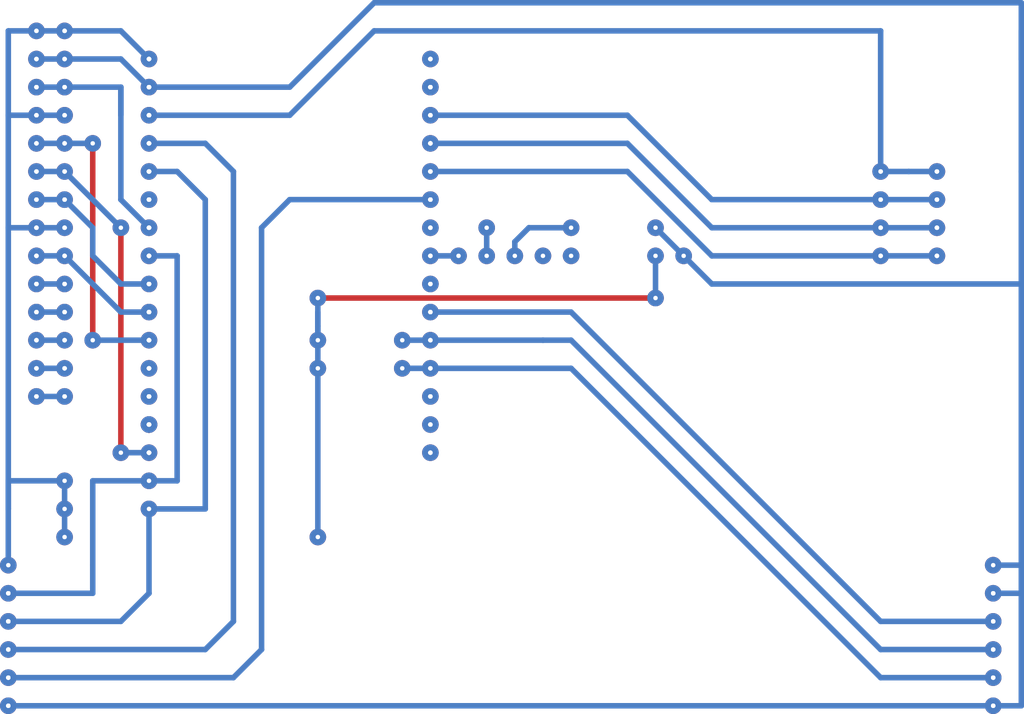
<source format=kicad_pcb>
(kicad_pcb (version 20171130) (host pcbnew "(5.0.1-3-g963ef8bb5)")

  (general
    (thickness 1.6)
    (drawings 0)
    (tracks 437)
    (zones 0)
    (modules 0)
    (nets 1)
  )

  (page A4)
  (layers
    (0 F.Cu signal)
    (31 B.Cu signal)
    (32 B.Adhes user)
    (33 F.Adhes user)
    (34 B.Paste user)
    (35 F.Paste user)
    (36 B.SilkS user)
    (37 F.SilkS user)
    (38 B.Mask user)
    (39 F.Mask user)
    (40 Dwgs.User user)
    (41 Cmts.User user)
    (42 Eco1.User user)
    (43 Eco2.User user)
    (44 Edge.Cuts user)
    (45 Margin user)
    (46 B.CrtYd user)
    (47 F.CrtYd user)
    (48 B.Fab user)
    (49 F.Fab user)
  )

  (setup
    (last_trace_width 0.5)
    (trace_clearance 0.2)
    (zone_clearance 0.508)
    (zone_45_only no)
    (trace_min 0.2)
    (segment_width 0.2)
    (edge_width 0.15)
    (via_size 1.5)
    (via_drill 0.4)
    (via_min_size 0.4)
    (via_min_drill 0.3)
    (uvia_size 0.3)
    (uvia_drill 0.1)
    (uvias_allowed no)
    (uvia_min_size 0.2)
    (uvia_min_drill 0.1)
    (pcb_text_width 0.3)
    (pcb_text_size 1.5 1.5)
    (mod_edge_width 0.15)
    (mod_text_size 1 1)
    (mod_text_width 0.15)
    (pad_size 1.524 1.524)
    (pad_drill 0.762)
    (pad_to_mask_clearance 0.051)
    (solder_mask_min_width 0.25)
    (aux_axis_origin 0 0)
    (visible_elements FFFFFF7F)
    (pcbplotparams
      (layerselection 0x010fc_ffffffff)
      (usegerberextensions false)
      (usegerberattributes false)
      (usegerberadvancedattributes false)
      (creategerberjobfile false)
      (excludeedgelayer true)
      (linewidth 0.150000)
      (plotframeref false)
      (viasonmask false)
      (mode 1)
      (useauxorigin false)
      (hpglpennumber 1)
      (hpglpenspeed 20)
      (hpglpendiameter 15.000000)
      (psnegative false)
      (psa4output false)
      (plotreference true)
      (plotvalue true)
      (plotinvisibletext false)
      (padsonsilk false)
      (subtractmaskfromsilk false)
      (outputformat 1)
      (mirror false)
      (drillshape 1)
      (scaleselection 1)
      (outputdirectory ""))
  )

  (net 0 "")

  (net_class Default "This is the default net class."
    (clearance 0.2)
    (trace_width 0.5)
    (via_dia 1.5)
    (via_drill 0.4)
    (uvia_dia 0.3)
    (uvia_drill 0.1)
  )

  (via (at 60.96 27.94) (size 0.8) (drill 0.4) (layers F.Cu B.Cu) (net 0))
  (via (at 60.96 30.48) (size 0.8) (drill 0.4) (layers F.Cu B.Cu) (net 0))
  (via (at 60.96 33.02) (size 0.8) (drill 0.4) (layers F.Cu B.Cu) (net 0))
  (via (at 60.96 35.56) (size 0.8) (drill 0.4) (layers F.Cu B.Cu) (net 0))
  (via (at 60.96 38.1) (size 0.8) (drill 0.4) (layers F.Cu B.Cu) (net 0))
  (via (at 60.96 38.1) (size 0.8) (drill 0.4) (layers F.Cu B.Cu) (net 0) (tstamp 5C68311F))
  (via (at 60.96 38.1) (size 0.8) (drill 0.4) (layers F.Cu B.Cu) (net 0))
  (via (at 60.96 40.64) (size 0.8) (drill 0.4) (layers F.Cu B.Cu) (net 0))
  (via (at 60.96 43.18) (size 0.8) (drill 0.4) (layers F.Cu B.Cu) (net 0))
  (via (at 60.96 45.72) (size 0.8) (drill 0.4) (layers F.Cu B.Cu) (net 0))
  (via (at 60.96 48.26) (size 0.8) (drill 0.4) (layers F.Cu B.Cu) (net 0))
  (via (at 60.96 50.8) (size 0.8) (drill 0.4) (layers F.Cu B.Cu) (net 0))
  (via (at 60.96 53.34) (size 0.8) (drill 0.4) (layers F.Cu B.Cu) (net 0))
  (via (at 60.96 55.88) (size 0.8) (drill 0.4) (layers F.Cu B.Cu) (net 0))
  (via (at 60.96 58.42) (size 0.8) (drill 0.4) (layers F.Cu B.Cu) (net 0))
  (via (at 60.96 60.96) (size 0.8) (drill 0.4) (layers F.Cu B.Cu) (net 0))
  (via (at 60.96 63.5) (size 0.8) (drill 0.4) (layers F.Cu B.Cu) (net 0))
  (via (at 86.36 27.94) (size 0.8) (drill 0.4) (layers F.Cu B.Cu) (net 0))
  (via (at 86.36 30.48) (size 0.8) (drill 0.4) (layers F.Cu B.Cu) (net 0))
  (via (at 86.36 33.02) (size 0.8) (drill 0.4) (layers F.Cu B.Cu) (net 0))
  (via (at 86.36 35.56) (size 0.8) (drill 0.4) (layers F.Cu B.Cu) (net 0))
  (via (at 86.36 38.1) (size 0.8) (drill 0.4) (layers F.Cu B.Cu) (net 0))
  (via (at 86.36 40.64) (size 0.8) (drill 0.4) (layers F.Cu B.Cu) (net 0))
  (via (at 86.36 43.18) (size 0.8) (drill 0.4) (layers F.Cu B.Cu) (net 0))
  (via (at 86.36 45.72) (size 0.8) (drill 0.4) (layers F.Cu B.Cu) (net 0))
  (via (at 86.36 48.26) (size 0.8) (drill 0.4) (layers F.Cu B.Cu) (net 0))
  (via (at 86.36 50.8) (size 0.8) (drill 0.4) (layers F.Cu B.Cu) (net 0))
  (via (at 86.36 53.34) (size 0.8) (drill 0.4) (layers F.Cu B.Cu) (net 0))
  (via (at 86.36 55.88) (size 0.8) (drill 0.4) (layers F.Cu B.Cu) (net 0))
  (via (at 86.36 58.42) (size 0.8) (drill 0.4) (layers F.Cu B.Cu) (net 0))
  (via (at 86.36 60.96) (size 0.8) (drill 0.4) (layers F.Cu B.Cu) (net 0))
  (via (at 86.36 63.5) (size 0.8) (drill 0.4) (layers F.Cu B.Cu) (net 0))
  (via (at 53.34 25.4) (size 0.8) (drill 0.4) (layers F.Cu B.Cu) (net 0))
  (via (at 53.34 27.94) (size 0.8) (drill 0.4) (layers F.Cu B.Cu) (net 0))
  (via (at 53.34 30.48) (size 0.8) (drill 0.4) (layers F.Cu B.Cu) (net 0))
  (via (at 53.34 33.02) (size 0.8) (drill 0.4) (layers F.Cu B.Cu) (net 0))
  (via (at 53.34 35.56) (size 0.8) (drill 0.4) (layers F.Cu B.Cu) (net 0))
  (via (at 53.34 38.1) (size 0.8) (drill 0.4) (layers F.Cu B.Cu) (net 0))
  (via (at 53.34 40.64) (size 0.8) (drill 0.4) (layers F.Cu B.Cu) (net 0))
  (via (at 53.34 43.18) (size 0.8) (drill 0.4) (layers F.Cu B.Cu) (net 0))
  (via (at 53.34 45.72) (size 0.8) (drill 0.4) (layers F.Cu B.Cu) (net 0))
  (via (at 53.34 48.26) (size 0.8) (drill 0.4) (layers F.Cu B.Cu) (net 0))
  (via (at 53.34 50.8) (size 0.8) (drill 0.4) (layers F.Cu B.Cu) (net 0))
  (via (at 53.34 53.34) (size 0.8) (drill 0.4) (layers F.Cu B.Cu) (net 0))
  (via (at 53.34 55.88) (size 0.8) (drill 0.4) (layers F.Cu B.Cu) (net 0))
  (via (at 53.34 58.42) (size 0.8) (drill 0.4) (layers F.Cu B.Cu) (net 0))
  (segment (start 50.8 25.4) (end 50.8 25.4) (width 0.25) (layer B.Cu) (net 0) (tstamp 5C683492))
  (via (at 50.8 25.4) (size 0.8) (drill 0.4) (layers F.Cu B.Cu) (net 0))
  (via (at 50.8 27.94) (size 0.8) (drill 0.4) (layers F.Cu B.Cu) (net 0))
  (via (at 50.8 30.48) (size 0.8) (drill 0.4) (layers F.Cu B.Cu) (net 0))
  (via (at 50.8 33.02) (size 0.8) (drill 0.4) (layers F.Cu B.Cu) (net 0))
  (via (at 50.8 35.56) (size 0.8) (drill 0.4) (layers F.Cu B.Cu) (net 0))
  (via (at 50.8 38.1) (size 0.8) (drill 0.4) (layers F.Cu B.Cu) (net 0))
  (via (at 50.8 40.64) (size 0.8) (drill 0.4) (layers F.Cu B.Cu) (net 0))
  (via (at 50.8 43.18) (size 0.8) (drill 0.4) (layers F.Cu B.Cu) (net 0))
  (via (at 50.8 45.72) (size 0.8) (drill 0.4) (layers F.Cu B.Cu) (net 0))
  (via (at 50.8 48.26) (size 0.8) (drill 0.4) (layers F.Cu B.Cu) (net 0))
  (via (at 50.8 50.8) (size 0.8) (drill 0.4) (layers F.Cu B.Cu) (net 0))
  (via (at 50.8 53.34) (size 0.8) (drill 0.4) (layers F.Cu B.Cu) (net 0))
  (via (at 50.8 55.88) (size 0.8) (drill 0.4) (layers F.Cu B.Cu) (net 0))
  (via (at 50.8 58.42) (size 0.8) (drill 0.4) (layers F.Cu B.Cu) (net 0))
  (via (at 127 38.1) (size 0.8) (drill 0.4) (layers F.Cu B.Cu) (net 0))
  (via (at 127 40.64) (size 0.8) (drill 0.4) (layers F.Cu B.Cu) (net 0))
  (via (at 127 43.18) (size 0.8) (drill 0.4) (layers F.Cu B.Cu) (net 0))
  (via (at 127 45.72) (size 0.8) (drill 0.4) (layers F.Cu B.Cu) (net 0))
  (via (at 132.08 45.72) (size 0.8) (drill 0.4) (layers F.Cu B.Cu) (net 0))
  (via (at 132.08 43.18) (size 0.8) (drill 0.4) (layers F.Cu B.Cu) (net 0))
  (via (at 132.08 40.64) (size 0.8) (drill 0.4) (layers F.Cu B.Cu) (net 0))
  (via (at 132.08 38.1) (size 0.8) (drill 0.4) (layers F.Cu B.Cu) (net 0))
  (via (at 48.26 76.2) (size 0.8) (drill 0.4) (layers F.Cu B.Cu) (net 0))
  (via (at 48.26 78.74) (size 0.8) (drill 0.4) (layers F.Cu B.Cu) (net 0))
  (via (at 48.26 81.28) (size 0.8) (drill 0.4) (layers F.Cu B.Cu) (net 0))
  (via (at 48.26 83.82) (size 0.8) (drill 0.4) (layers F.Cu B.Cu) (net 0))
  (via (at 48.26 86.36) (size 0.8) (drill 0.4) (layers F.Cu B.Cu) (net 0))
  (via (at 137.16 76.2) (size 0.8) (drill 0.4) (layers F.Cu B.Cu) (net 0))
  (via (at 137.16 78.74) (size 0.8) (drill 0.4) (layers F.Cu B.Cu) (net 0))
  (via (at 137.16 81.28) (size 0.8) (drill 0.4) (layers F.Cu B.Cu) (net 0))
  (via (at 137.16 83.82) (size 0.8) (drill 0.4) (layers F.Cu B.Cu) (net 0))
  (via (at 137.16 86.36) (size 0.8) (drill 0.4) (layers F.Cu B.Cu) (net 0))
  (via (at 48.26 78.74) (size 0.8) (drill 0.4) (layers F.Cu B.Cu) (net 0) (tstamp 5C6836AE))
  (via (at 48.26 78.74) (size 0.8) (drill 0.4) (layers F.Cu B.Cu) (net 0))
  (via (at 60.96 63.5) (size 0.8) (drill 0.4) (layers F.Cu B.Cu) (net 0) (tstamp 5C6837BA))
  (via (at 60.96 63.5) (size 1.2) (drill 0.4) (layers F.Cu B.Cu) (net 0))
  (via (at 60.96 60.96) (size 0.8) (drill 0.4) (layers F.Cu B.Cu) (net 0) (tstamp 5C6837BC))
  (via (at 60.96 60.96) (size 1.2) (drill 0.4) (layers F.Cu B.Cu) (net 0))
  (via (at 60.96 27.94) (size 0.8) (drill 0.4) (layers F.Cu B.Cu) (net 0) (tstamp 5C6837BF))
  (via (at 60.96 27.94) (size 1.2) (drill 0.4) (layers F.Cu B.Cu) (net 0))
  (via (at 60.96 30.48) (size 0.8) (drill 0.4) (layers F.Cu B.Cu) (net 0) (tstamp 5C6837C1))
  (via (at 60.96 30.48) (size 1.2) (drill 0.4) (layers F.Cu B.Cu) (net 0))
  (via (at 60.96 33.02) (size 0.8) (drill 0.4) (layers F.Cu B.Cu) (net 0) (tstamp 5C6837C3))
  (via (at 60.96 33.02) (size 1.2) (drill 0.4) (layers F.Cu B.Cu) (net 0))
  (via (at 60.96 35.56) (size 0.8) (drill 0.4) (layers F.Cu B.Cu) (net 0) (tstamp 5C6837C5))
  (via (at 60.96 35.56) (size 1.2) (drill 0.4) (layers F.Cu B.Cu) (net 0))
  (via (at 60.96 38.1) (size 0.8) (drill 0.4) (layers F.Cu B.Cu) (net 0) (tstamp 5C6837C7))
  (via (at 60.96 38.1) (size 1.2) (drill 0.4) (layers F.Cu B.Cu) (net 0))
  (via (at 60.96 40.64) (size 0.8) (drill 0.4) (layers F.Cu B.Cu) (net 0) (tstamp 5C6837C9))
  (via (at 60.96 40.64) (size 1.2) (drill 0.4) (layers F.Cu B.Cu) (net 0))
  (via (at 60.96 43.18) (size 0.8) (drill 0.4) (layers F.Cu B.Cu) (net 0) (tstamp 5C6837CB))
  (via (at 60.96 43.18) (size 1.2) (drill 0.4) (layers F.Cu B.Cu) (net 0))
  (via (at 60.96 45.72) (size 0.8) (drill 0.4) (layers F.Cu B.Cu) (net 0) (tstamp 5C6837CD))
  (via (at 60.96 45.72) (size 1.2) (drill 0.4) (layers F.Cu B.Cu) (net 0))
  (via (at 60.96 48.26) (size 0.8) (drill 0.4) (layers F.Cu B.Cu) (net 0) (tstamp 5C6837CF))
  (via (at 60.96 48.26) (size 1.2) (drill 0.4) (layers F.Cu B.Cu) (net 0))
  (via (at 60.96 50.8) (size 0.8) (drill 0.4) (layers F.Cu B.Cu) (net 0) (tstamp 5C6837D1))
  (via (at 60.96 50.8) (size 1.2) (drill 0.4) (layers F.Cu B.Cu) (net 0))
  (via (at 60.96 53.34) (size 0.8) (drill 0.4) (layers F.Cu B.Cu) (net 0) (tstamp 5C6837D3))
  (via (at 60.96 53.34) (size 1.2) (drill 0.4) (layers F.Cu B.Cu) (net 0))
  (via (at 60.96 55.88) (size 0.8) (drill 0.4) (layers F.Cu B.Cu) (net 0) (tstamp 5C6837D5))
  (via (at 60.96 55.88) (size 1.2) (drill 0.4) (layers F.Cu B.Cu) (net 0))
  (via (at 60.96 58.42) (size 0.8) (drill 0.4) (layers F.Cu B.Cu) (net 0) (tstamp 5C6837D7))
  (via (at 60.96 58.42) (size 1.2) (drill 0.4) (layers F.Cu B.Cu) (net 0))
  (via (at 60.96 60.96) (size 0.8) (drill 0.4) (layers F.Cu B.Cu) (net 0) (tstamp 5C6837D9))
  (via (at 60.96 60.96) (size 1.2) (drill 0.4) (layers F.Cu B.Cu) (net 0))
  (via (at 86.36 27.94) (size 0.8) (drill 0.4) (layers F.Cu B.Cu) (net 0) (tstamp 5C6837DB))
  (via (at 86.36 27.94) (size 1.2) (drill 0.4) (layers F.Cu B.Cu) (net 0))
  (via (at 86.36 30.48) (size 0.8) (drill 0.4) (layers F.Cu B.Cu) (net 0) (tstamp 5C6837DD))
  (via (at 86.36 30.48) (size 1.2) (drill 0.4) (layers F.Cu B.Cu) (net 0))
  (via (at 86.36 33.02) (size 0.8) (drill 0.4) (layers F.Cu B.Cu) (net 0) (tstamp 5C6837DF))
  (via (at 86.36 33.02) (size 1.2) (drill 0.4) (layers F.Cu B.Cu) (net 0))
  (via (at 86.36 35.56) (size 0.8) (drill 0.4) (layers F.Cu B.Cu) (net 0) (tstamp 5C6837E1))
  (via (at 86.36 35.56) (size 1.2) (drill 0.4) (layers F.Cu B.Cu) (net 0))
  (via (at 86.36 38.1) (size 0.8) (drill 0.4) (layers F.Cu B.Cu) (net 0) (tstamp 5C6837E3))
  (via (at 86.36 38.1) (size 1.2) (drill 0.4) (layers F.Cu B.Cu) (net 0))
  (via (at 86.36 40.64) (size 0.8) (drill 0.4) (layers F.Cu B.Cu) (net 0) (tstamp 5C6837E5))
  (via (at 86.36 40.64) (size 1.2) (drill 0.4) (layers F.Cu B.Cu) (net 0))
  (via (at 60.96 63.5) (size 0.8) (drill 0.4) (layers F.Cu B.Cu) (net 0) (tstamp 5C6837EF))
  (via (at 60.96 63.5) (size 1.2) (drill 0.4) (layers F.Cu B.Cu) (net 0))
  (via (at 60.96 63.5) (size 0.8) (drill 0.4) (layers F.Cu B.Cu) (net 0) (tstamp 5C6837F3))
  (via (at 60.96 63.5) (size 1.5) (drill 0.4) (layers F.Cu B.Cu) (net 0))
  (via (at 60.96 60.96) (size 0.8) (drill 0.4) (layers F.Cu B.Cu) (net 0) (tstamp 5C6837F5))
  (via (at 60.96 60.96) (size 1.5) (drill 0.4) (layers F.Cu B.Cu) (net 0))
  (via (at 60.96 60.96) (size 0.8) (drill 0.4) (layers F.Cu B.Cu) (net 0) (tstamp 5C6837F7))
  (via (at 60.96 60.96) (size 1.5) (drill 0.4) (layers F.Cu B.Cu) (net 0))
  (via (at 60.96 58.42) (size 0.8) (drill 0.4) (layers F.Cu B.Cu) (net 0) (tstamp 5C6837F9))
  (via (at 60.96 58.42) (size 1.5) (drill 0.4) (layers F.Cu B.Cu) (net 0))
  (via (at 60.96 55.88) (size 0.8) (drill 0.4) (layers F.Cu B.Cu) (net 0) (tstamp 5C6837FB))
  (via (at 60.96 55.88) (size 1.5) (drill 0.4) (layers F.Cu B.Cu) (net 0))
  (via (at 60.96 53.34) (size 0.8) (drill 0.4) (layers F.Cu B.Cu) (net 0) (tstamp 5C6837FD))
  (via (at 60.96 53.34) (size 1.5) (drill 0.4) (layers F.Cu B.Cu) (net 0))
  (via (at 60.96 50.8) (size 0.8) (drill 0.4) (layers F.Cu B.Cu) (net 0) (tstamp 5C6837FF))
  (via (at 60.96 50.8) (size 1.5) (drill 0.4) (layers F.Cu B.Cu) (net 0))
  (via (at 60.96 48.26) (size 0.8) (drill 0.4) (layers F.Cu B.Cu) (net 0) (tstamp 5C683801))
  (via (at 60.96 48.26) (size 1.5) (drill 0.4) (layers F.Cu B.Cu) (net 0))
  (via (at 60.96 45.72) (size 0.8) (drill 0.4) (layers F.Cu B.Cu) (net 0) (tstamp 5C683803))
  (via (at 60.96 45.72) (size 1.5) (drill 0.4) (layers F.Cu B.Cu) (net 0))
  (via (at 60.96 43.18) (size 0.8) (drill 0.4) (layers F.Cu B.Cu) (net 0) (tstamp 5C683805))
  (via (at 60.96 43.18) (size 1.5) (drill 0.4) (layers F.Cu B.Cu) (net 0))
  (via (at 60.96 40.64) (size 0.8) (drill 0.4) (layers F.Cu B.Cu) (net 0) (tstamp 5C683807))
  (via (at 60.96 40.64) (size 1.5) (drill 0.4) (layers F.Cu B.Cu) (net 0))
  (via (at 60.96 38.1) (size 0.8) (drill 0.4) (layers F.Cu B.Cu) (net 0) (tstamp 5C683809))
  (via (at 60.96 38.1) (size 1.5) (drill 0.4) (layers F.Cu B.Cu) (net 0))
  (via (at 60.96 35.56) (size 0.8) (drill 0.4) (layers F.Cu B.Cu) (net 0) (tstamp 5C68380B))
  (via (at 60.96 35.56) (size 1.5) (drill 0.4) (layers F.Cu B.Cu) (net 0))
  (via (at 60.96 33.02) (size 0.8) (drill 0.4) (layers F.Cu B.Cu) (net 0) (tstamp 5C68380D))
  (via (at 60.96 33.02) (size 1.5) (drill 0.4) (layers F.Cu B.Cu) (net 0))
  (via (at 60.96 30.48) (size 0.8) (drill 0.4) (layers F.Cu B.Cu) (net 0) (tstamp 5C68380F))
  (via (at 60.96 30.48) (size 1.5) (drill 0.4) (layers F.Cu B.Cu) (net 0))
  (via (at 60.96 27.94) (size 0.8) (drill 0.4) (layers F.Cu B.Cu) (net 0) (tstamp 5C683811))
  (via (at 60.96 27.94) (size 1.5) (drill 0.4) (layers F.Cu B.Cu) (net 0))
  (via (at 53.34 25.4) (size 0.8) (drill 0.4) (layers F.Cu B.Cu) (net 0) (tstamp 5C683813))
  (via (at 53.34 25.4) (size 1.5) (drill 0.4) (layers F.Cu B.Cu) (net 0))
  (via (at 53.34 27.94) (size 0.8) (drill 0.4) (layers F.Cu B.Cu) (net 0) (tstamp 5C683815))
  (via (at 53.34 27.94) (size 1.5) (drill 0.4) (layers F.Cu B.Cu) (net 0))
  (via (at 53.34 30.48) (size 0.8) (drill 0.4) (layers F.Cu B.Cu) (net 0) (tstamp 5C683817))
  (via (at 53.34 30.48) (size 1.5) (drill 0.4) (layers F.Cu B.Cu) (net 0))
  (via (at 53.34 33.02) (size 0.8) (drill 0.4) (layers F.Cu B.Cu) (net 0) (tstamp 5C683819))
  (via (at 53.34 33.02) (size 1.5) (drill 0.4) (layers F.Cu B.Cu) (net 0))
  (via (at 53.34 35.56) (size 0.8) (drill 0.4) (layers F.Cu B.Cu) (net 0) (tstamp 5C68381B))
  (via (at 53.34 35.56) (size 1.5) (drill 0.4) (layers F.Cu B.Cu) (net 0))
  (via (at 53.34 38.1) (size 0.8) (drill 0.4) (layers F.Cu B.Cu) (net 0) (tstamp 5C68381D))
  (via (at 53.34 38.1) (size 1.5) (drill 0.4) (layers F.Cu B.Cu) (net 0))
  (via (at 53.34 40.64) (size 0.8) (drill 0.4) (layers F.Cu B.Cu) (net 0) (tstamp 5C68381F))
  (via (at 53.34 40.64) (size 1.5) (drill 0.4) (layers F.Cu B.Cu) (net 0))
  (via (at 53.34 43.18) (size 0.8) (drill 0.4) (layers F.Cu B.Cu) (net 0) (tstamp 5C683821))
  (via (at 53.34 43.18) (size 1.5) (drill 0.4) (layers F.Cu B.Cu) (net 0))
  (via (at 53.34 45.72) (size 0.8) (drill 0.4) (layers F.Cu B.Cu) (net 0) (tstamp 5C683823))
  (via (at 53.34 45.72) (size 1.5) (drill 0.4) (layers F.Cu B.Cu) (net 0))
  (via (at 53.34 48.26) (size 0.8) (drill 0.4) (layers F.Cu B.Cu) (net 0) (tstamp 5C683825))
  (via (at 53.34 48.26) (size 1.5) (drill 0.4) (layers F.Cu B.Cu) (net 0))
  (via (at 53.34 50.8) (size 0.8) (drill 0.4) (layers F.Cu B.Cu) (net 0) (tstamp 5C683827))
  (via (at 53.34 50.8) (size 1.5) (drill 0.4) (layers F.Cu B.Cu) (net 0))
  (via (at 53.34 53.34) (size 0.8) (drill 0.4) (layers F.Cu B.Cu) (net 0) (tstamp 5C683829))
  (via (at 53.34 53.34) (size 1.5) (drill 0.4) (layers F.Cu B.Cu) (net 0))
  (via (at 53.34 55.88) (size 0.8) (drill 0.4) (layers F.Cu B.Cu) (net 0) (tstamp 5C68382B))
  (via (at 53.34 55.88) (size 1.5) (drill 0.4) (layers F.Cu B.Cu) (net 0))
  (via (at 53.34 58.42) (size 0.8) (drill 0.4) (layers F.Cu B.Cu) (net 0) (tstamp 5C68382D))
  (via (at 53.34 58.42) (size 1.5) (drill 0.4) (layers F.Cu B.Cu) (net 0))
  (segment (start 50.8 25.4) (end 50.8 25.4) (width 0.25) (layer B.Cu) (net 0) (tstamp 5C68382F))
  (via (at 50.8 25.4) (size 1.5) (drill 0.4) (layers F.Cu B.Cu) (net 0))
  (via (at 50.8 27.94) (size 0.8) (drill 0.4) (layers F.Cu B.Cu) (net 0) (tstamp 5C683831))
  (via (at 50.8 27.94) (size 1.5) (drill 0.4) (layers F.Cu B.Cu) (net 0))
  (via (at 50.8 30.48) (size 0.8) (drill 0.4) (layers F.Cu B.Cu) (net 0) (tstamp 5C683833))
  (via (at 50.8 30.48) (size 1.5) (drill 0.4) (layers F.Cu B.Cu) (net 0))
  (via (at 50.8 33.02) (size 0.8) (drill 0.4) (layers F.Cu B.Cu) (net 0) (tstamp 5C683835))
  (via (at 50.8 33.02) (size 1.5) (drill 0.4) (layers F.Cu B.Cu) (net 0))
  (via (at 50.8 35.56) (size 0.8) (drill 0.4) (layers F.Cu B.Cu) (net 0) (tstamp 5C683837))
  (via (at 50.8 35.56) (size 1.5) (drill 0.4) (layers F.Cu B.Cu) (net 0))
  (via (at 50.8 38.1) (size 0.8) (drill 0.4) (layers F.Cu B.Cu) (net 0) (tstamp 5C683839))
  (via (at 50.8 38.1) (size 1.5) (drill 0.4) (layers F.Cu B.Cu) (net 0))
  (via (at 50.8 40.64) (size 0.8) (drill 0.4) (layers F.Cu B.Cu) (net 0) (tstamp 5C68383B))
  (via (at 50.8 40.64) (size 1.5) (drill 0.4) (layers F.Cu B.Cu) (net 0))
  (via (at 50.8 43.18) (size 0.8) (drill 0.4) (layers F.Cu B.Cu) (net 0) (tstamp 5C68383D))
  (via (at 50.8 43.18) (size 1.5) (drill 0.4) (layers F.Cu B.Cu) (net 0))
  (via (at 50.8 45.72) (size 0.8) (drill 0.4) (layers F.Cu B.Cu) (net 0) (tstamp 5C68383F))
  (via (at 50.8 45.72) (size 1.5) (drill 0.4) (layers F.Cu B.Cu) (net 0))
  (via (at 50.8 48.26) (size 0.8) (drill 0.4) (layers F.Cu B.Cu) (net 0) (tstamp 5C683841))
  (via (at 50.8 48.26) (size 1.5) (drill 0.4) (layers F.Cu B.Cu) (net 0))
  (via (at 50.8 50.8) (size 0.8) (drill 0.4) (layers F.Cu B.Cu) (net 0) (tstamp 5C683843))
  (via (at 50.8 50.8) (size 1.5) (drill 0.4) (layers F.Cu B.Cu) (net 0))
  (via (at 50.8 53.34) (size 0.8) (drill 0.4) (layers F.Cu B.Cu) (net 0) (tstamp 5C683845))
  (via (at 50.8 53.34) (size 1.5) (drill 0.4) (layers F.Cu B.Cu) (net 0))
  (via (at 50.8 55.88) (size 0.8) (drill 0.4) (layers F.Cu B.Cu) (net 0) (tstamp 5C683847))
  (via (at 50.8 55.88) (size 1.5) (drill 0.4) (layers F.Cu B.Cu) (net 0))
  (via (at 50.8 58.42) (size 0.8) (drill 0.4) (layers F.Cu B.Cu) (net 0) (tstamp 5C683849))
  (via (at 50.8 58.42) (size 1.5) (drill 0.4) (layers F.Cu B.Cu) (net 0))
  (via (at 86.36 27.94) (size 0.8) (drill 0.4) (layers F.Cu B.Cu) (net 0) (tstamp 5C68384B))
  (via (at 86.36 27.94) (size 1.5) (drill 0.4) (layers F.Cu B.Cu) (net 0))
  (via (at 86.36 30.48) (size 0.8) (drill 0.4) (layers F.Cu B.Cu) (net 0) (tstamp 5C68384D))
  (via (at 86.36 30.48) (size 1.5) (drill 0.4) (layers F.Cu B.Cu) (net 0))
  (via (at 86.36 33.02) (size 0.8) (drill 0.4) (layers F.Cu B.Cu) (net 0) (tstamp 5C68384F))
  (via (at 86.36 33.02) (size 1.5) (drill 0.4) (layers F.Cu B.Cu) (net 0))
  (via (at 86.36 35.56) (size 0.8) (drill 0.4) (layers F.Cu B.Cu) (net 0) (tstamp 5C683851))
  (via (at 86.36 35.56) (size 1.5) (drill 0.4) (layers F.Cu B.Cu) (net 0))
  (via (at 86.36 38.1) (size 0.8) (drill 0.4) (layers F.Cu B.Cu) (net 0) (tstamp 5C683853))
  (via (at 86.36 38.1) (size 1.5) (drill 0.4) (layers F.Cu B.Cu) (net 0))
  (via (at 86.36 40.64) (size 0.8) (drill 0.4) (layers F.Cu B.Cu) (net 0) (tstamp 5C683855))
  (via (at 86.36 40.64) (size 1.5) (drill 0.4) (layers F.Cu B.Cu) (net 0))
  (via (at 86.36 43.18) (size 0.8) (drill 0.4) (layers F.Cu B.Cu) (net 0) (tstamp 5C683857))
  (via (at 86.36 43.18) (size 1.5) (drill 0.4) (layers F.Cu B.Cu) (net 0))
  (via (at 86.36 45.72) (size 0.8) (drill 0.4) (layers F.Cu B.Cu) (net 0) (tstamp 5C683859))
  (via (at 86.36 45.72) (size 1.5) (drill 0.4) (layers F.Cu B.Cu) (net 0))
  (via (at 86.36 48.26) (size 0.8) (drill 0.4) (layers F.Cu B.Cu) (net 0) (tstamp 5C68385B))
  (via (at 86.36 48.26) (size 1.5) (drill 0.4) (layers F.Cu B.Cu) (net 0))
  (via (at 86.36 50.8) (size 0.8) (drill 0.4) (layers F.Cu B.Cu) (net 0) (tstamp 5C68385D))
  (via (at 86.36 50.8) (size 1.5) (drill 0.4) (layers F.Cu B.Cu) (net 0))
  (via (at 86.36 53.34) (size 0.8) (drill 0.4) (layers F.Cu B.Cu) (net 0) (tstamp 5C68385F))
  (via (at 86.36 53.34) (size 1.5) (drill 0.4) (layers F.Cu B.Cu) (net 0))
  (via (at 86.36 55.88) (size 0.8) (drill 0.4) (layers F.Cu B.Cu) (net 0) (tstamp 5C683861))
  (via (at 86.36 55.88) (size 1.5) (drill 0.4) (layers F.Cu B.Cu) (net 0))
  (via (at 86.36 58.42) (size 0.8) (drill 0.4) (layers F.Cu B.Cu) (net 0) (tstamp 5C683863))
  (via (at 86.36 58.42) (size 1.5) (drill 0.4) (layers F.Cu B.Cu) (net 0))
  (via (at 86.36 60.96) (size 0.8) (drill 0.4) (layers F.Cu B.Cu) (net 0) (tstamp 5C683865))
  (via (at 86.36 60.96) (size 1.5) (drill 0.4) (layers F.Cu B.Cu) (net 0))
  (via (at 86.36 63.5) (size 0.8) (drill 0.4) (layers F.Cu B.Cu) (net 0) (tstamp 5C683867))
  (via (at 86.36 63.5) (size 1.5) (drill 0.4) (layers F.Cu B.Cu) (net 0))
  (via (at 127 38.1) (size 0.8) (drill 0.4) (layers F.Cu B.Cu) (net 0) (tstamp 5C683869))
  (via (at 127 38.1) (size 1.5) (drill 0.4) (layers F.Cu B.Cu) (net 0))
  (via (at 127 40.64) (size 0.8) (drill 0.4) (layers F.Cu B.Cu) (net 0) (tstamp 5C68386B))
  (via (at 127 40.64) (size 1.5) (drill 0.4) (layers F.Cu B.Cu) (net 0))
  (via (at 127 43.18) (size 0.8) (drill 0.4) (layers F.Cu B.Cu) (net 0) (tstamp 5C68386D))
  (via (at 127 43.18) (size 1.5) (drill 0.4) (layers F.Cu B.Cu) (net 0))
  (via (at 127 45.72) (size 0.8) (drill 0.4) (layers F.Cu B.Cu) (net 0) (tstamp 5C68386F))
  (via (at 127 45.72) (size 1.5) (drill 0.4) (layers F.Cu B.Cu) (net 0))
  (via (at 132.08 45.72) (size 0.8) (drill 0.4) (layers F.Cu B.Cu) (net 0) (tstamp 5C683871))
  (via (at 132.08 45.72) (size 1.5) (drill 0.4) (layers F.Cu B.Cu) (net 0))
  (via (at 132.08 43.18) (size 0.8) (drill 0.4) (layers F.Cu B.Cu) (net 0) (tstamp 5C683873))
  (via (at 132.08 43.18) (size 1.5) (drill 0.4) (layers F.Cu B.Cu) (net 0))
  (via (at 132.08 40.64) (size 0.8) (drill 0.4) (layers F.Cu B.Cu) (net 0) (tstamp 5C683875))
  (via (at 132.08 40.64) (size 1.5) (drill 0.4) (layers F.Cu B.Cu) (net 0))
  (via (at 132.08 38.1) (size 0.8) (drill 0.4) (layers F.Cu B.Cu) (net 0) (tstamp 5C683877))
  (via (at 132.08 38.1) (size 1.5) (drill 0.4) (layers F.Cu B.Cu) (net 0))
  (via (at 137.16 76.2) (size 0.8) (drill 0.4) (layers F.Cu B.Cu) (net 0) (tstamp 5C683879))
  (via (at 137.16 76.2) (size 1.5) (drill 0.4) (layers F.Cu B.Cu) (net 0))
  (via (at 137.16 78.74) (size 0.8) (drill 0.4) (layers F.Cu B.Cu) (net 0) (tstamp 5C68387B))
  (via (at 137.16 78.74) (size 1.5) (drill 0.4) (layers F.Cu B.Cu) (net 0))
  (via (at 137.16 81.28) (size 0.8) (drill 0.4) (layers F.Cu B.Cu) (net 0) (tstamp 5C68387D))
  (via (at 137.16 81.28) (size 1.5) (drill 0.4) (layers F.Cu B.Cu) (net 0))
  (via (at 137.16 83.82) (size 0.8) (drill 0.4) (layers F.Cu B.Cu) (net 0) (tstamp 5C68387F))
  (via (at 137.16 83.82) (size 1.5) (drill 0.4) (layers F.Cu B.Cu) (net 0))
  (via (at 137.16 86.36) (size 0.8) (drill 0.4) (layers F.Cu B.Cu) (net 0) (tstamp 5C683881))
  (via (at 137.16 86.36) (size 1.5) (drill 0.4) (layers F.Cu B.Cu) (net 0))
  (via (at 48.26 76.2) (size 0.8) (drill 0.4) (layers F.Cu B.Cu) (net 0) (tstamp 5C683885))
  (via (at 48.26 73.66) (size 1.5) (drill 0.4) (layers F.Cu B.Cu) (net 0))
  (via (at 48.26 78.74) (size 0.8) (drill 0.4) (layers F.Cu B.Cu) (net 0) (tstamp 5C683887))
  (via (at 48.26 78.74) (size 1.5) (drill 0.4) (layers F.Cu B.Cu) (net 0))
  (via (at 48.26 81.28) (size 0.8) (drill 0.4) (layers F.Cu B.Cu) (net 0) (tstamp 5C683889))
  (via (at 48.26 81.28) (size 1.5) (drill 0.4) (layers F.Cu B.Cu) (net 0))
  (via (at 48.26 83.82) (size 0.8) (drill 0.4) (layers F.Cu B.Cu) (net 0) (tstamp 5C68388B))
  (via (at 48.26 83.82) (size 1.5) (drill 0.4) (layers F.Cu B.Cu) (net 0))
  (via (at 48.26 86.36) (size 0.8) (drill 0.4) (layers F.Cu B.Cu) (net 0) (tstamp 5C68388D))
  (via (at 48.26 86.36) (size 1.5) (drill 0.4) (layers F.Cu B.Cu) (net 0))
  (segment (start 50.8 25.4) (end 53.34 25.4) (width 0.5) (layer B.Cu) (net 0))
  (segment (start 50.8 27.94) (end 53.34 27.94) (width 0.5) (layer B.Cu) (net 0))
  (segment (start 50.8 30.48) (end 53.34 30.48) (width 0.5) (layer B.Cu) (net 0))
  (segment (start 50.8 33.02) (end 53.34 33.02) (width 0.5) (layer B.Cu) (net 0))
  (segment (start 53.34 25.4) (end 58.42 25.4) (width 0.5) (layer B.Cu) (net 0))
  (segment (start 58.42 25.4) (end 60.96 27.94) (width 0.5) (layer B.Cu) (net 0))
  (segment (start 53.34 27.94) (end 58.42 27.94) (width 0.5) (layer B.Cu) (net 0))
  (segment (start 58.42 27.94) (end 60.96 30.48) (width 0.5) (layer B.Cu) (net 0))
  (segment (start 50.8 35.56) (end 53.34 35.56) (width 0.5) (layer B.Cu) (net 0))
  (segment (start 50.8 38.1) (end 53.34 38.1) (width 0.5) (layer B.Cu) (net 0))
  (segment (start 50.8 40.64) (end 53.34 40.64) (width 0.5) (layer B.Cu) (net 0))
  (segment (start 50.8 43.18) (end 53.34 43.18) (width 0.5) (layer B.Cu) (net 0))
  (segment (start 50.8 45.72) (end 53.34 45.72) (width 0.5) (layer B.Cu) (net 0))
  (segment (start 50.8 48.26) (end 53.34 48.26) (width 0.5) (layer B.Cu) (net 0))
  (segment (start 50.8 50.8) (end 53.34 50.8) (width 0.5) (layer B.Cu) (net 0))
  (segment (start 50.8 53.34) (end 53.34 53.34) (width 0.5) (layer B.Cu) (net 0))
  (segment (start 50.8 55.88) (end 53.34 55.88) (width 0.5) (layer B.Cu) (net 0))
  (segment (start 50.8 58.42) (end 53.34 58.42) (width 0.5) (layer B.Cu) (net 0))
  (segment (start 48.26 25.4) (end 50.8 25.4) (width 0.5) (layer B.Cu) (net 0))
  (segment (start 50.8 33.02) (end 48.26 33.02) (width 0.5) (layer B.Cu) (net 0))
  (segment (start 48.26 33.02) (end 48.26 25.4) (width 0.5) (layer B.Cu) (net 0))
  (segment (start 50.8 43.18) (end 48.26 43.18) (width 0.5) (layer B.Cu) (net 0))
  (segment (start 48.26 43.18) (end 48.26 33.02) (width 0.5) (layer B.Cu) (net 0))
  (segment (start 53.34 30.48) (end 58.42 30.48) (width 0.5) (layer B.Cu) (net 0))
  (segment (start 58.42 30.48) (end 58.42 33.02) (width 0.5) (layer B.Cu) (net 0))
  (segment (start 58.42 40.64) (end 60.96 43.18) (width 0.5) (layer B.Cu) (net 0))
  (segment (start 58.42 30.48) (end 58.42 40.64) (width 0.5) (layer B.Cu) (net 0))
  (segment (start 60.96 33.02) (end 73.66 33.02) (width 0.5) (layer B.Cu) (net 0))
  (segment (start 73.66 33.02) (end 81.28 25.4) (width 0.5) (layer B.Cu) (net 0))
  (segment (start 81.28 25.4) (end 127 25.4) (width 0.5) (layer B.Cu) (net 0))
  (segment (start 127 25.4) (end 127 38.1) (width 0.5) (layer B.Cu) (net 0))
  (segment (start 129.54 38.1) (end 127 38.1) (width 0.5) (layer B.Cu) (net 0))
  (segment (start 132.08 38.1) (end 129.54 38.1) (width 0.5) (layer B.Cu) (net 0))
  (segment (start 127 40.64) (end 132.08 40.64) (width 0.5) (layer B.Cu) (net 0))
  (segment (start 127 43.18) (end 132.08 43.18) (width 0.5) (layer B.Cu) (net 0))
  (segment (start 127 45.72) (end 132.08 45.72) (width 0.5) (layer B.Cu) (net 0))
  (segment (start 60.96 30.48) (end 73.66 30.48) (width 0.5) (layer B.Cu) (net 0))
  (segment (start 73.66 30.48) (end 81.28 22.86) (width 0.5) (layer B.Cu) (net 0))
  (segment (start 81.28 22.86) (end 139.7 22.86) (width 0.5) (layer B.Cu) (net 0))
  (segment (start 139.7 22.86) (end 139.7 27.94) (width 0.5) (layer B.Cu) (net 0))
  (segment (start 139.7 27.94) (end 139.7 25.4) (width 0.5) (layer B.Cu) (net 0))
  (segment (start 139.7 38.1) (end 139.7 27.94) (width 0.5) (layer B.Cu) (net 0))
  (segment (start 111.76 40.64) (end 127 40.64) (width 0.5) (layer B.Cu) (net 0))
  (segment (start 104.14 33.02) (end 111.76 40.64) (width 0.5) (layer B.Cu) (net 0))
  (segment (start 86.36 33.02) (end 104.14 33.02) (width 0.5) (layer B.Cu) (net 0))
  (segment (start 111.76 43.18) (end 127 43.18) (width 0.5) (layer B.Cu) (net 0))
  (segment (start 104.14 35.56) (end 111.76 43.18) (width 0.5) (layer B.Cu) (net 0))
  (segment (start 86.36 35.56) (end 104.14 35.56) (width 0.5) (layer B.Cu) (net 0))
  (segment (start 86.36 38.1) (end 104.14 38.1) (width 0.5) (layer B.Cu) (net 0))
  (segment (start 104.14 38.1) (end 111.76 45.72) (width 0.5) (layer B.Cu) (net 0))
  (segment (start 111.76 45.72) (end 127 45.72) (width 0.5) (layer B.Cu) (net 0))
  (segment (start 86.36 53.34) (end 96.52 53.34) (width 0.5) (layer B.Cu) (net 0))
  (via (at 48.26 76.2) (size 0.8) (drill 0.4) (layers F.Cu B.Cu) (net 0) (tstamp 5C6842EE))
  (via (at 48.26 76.2) (size 1.5) (drill 0.4) (layers F.Cu B.Cu) (net 0))
  (via (at 137.16 73.66) (size 1.5) (drill 0.4) (layers F.Cu B.Cu) (net 0))
  (segment (start 137.16 73.66) (end 139.7 73.66) (width 0.5) (layer B.Cu) (net 0))
  (segment (start 139.7 73.66) (end 139.7 76.2) (width 0.5) (layer B.Cu) (net 0))
  (segment (start 137.16 76.2) (end 139.7 76.2) (width 0.5) (layer B.Cu) (net 0))
  (segment (start 127 78.74) (end 137.16 78.74) (width 0.5) (layer B.Cu) (net 0))
  (segment (start 99.06 50.8) (end 127 78.74) (width 0.5) (layer B.Cu) (net 0))
  (segment (start 86.36 50.8) (end 99.06 50.8) (width 0.5) (layer B.Cu) (net 0))
  (segment (start 96.52 53.34) (end 99.06 53.34) (width 0.5) (layer B.Cu) (net 0))
  (segment (start 99.06 53.34) (end 127 81.28) (width 0.5) (layer B.Cu) (net 0))
  (segment (start 127 81.28) (end 137.16 81.28) (width 0.5) (layer B.Cu) (net 0))
  (segment (start 127 83.82) (end 137.16 83.82) (width 0.5) (layer B.Cu) (net 0))
  (segment (start 99.06 55.88) (end 127 83.82) (width 0.5) (layer B.Cu) (net 0))
  (segment (start 86.36 55.88) (end 99.06 55.88) (width 0.5) (layer B.Cu) (net 0))
  (segment (start 66.04 40.64) (end 66.04 68.58) (width 0.5) (layer B.Cu) (net 0))
  (segment (start 63.5 38.1) (end 66.04 40.64) (width 0.5) (layer B.Cu) (net 0))
  (segment (start 60.96 38.1) (end 63.5 38.1) (width 0.5) (layer B.Cu) (net 0))
  (segment (start 60.96 45.72) (end 63.5 45.72) (width 0.5) (layer B.Cu) (net 0))
  (segment (start 63.5 45.72) (end 63.5 66.04) (width 0.5) (layer B.Cu) (net 0))
  (segment (start 60.96 48.26) (end 58.42 48.26) (width 0.5) (layer B.Cu) (net 0))
  (segment (start 58.42 48.26) (end 55.88 45.72) (width 0.5) (layer B.Cu) (net 0))
  (segment (start 55.88 45.72) (end 55.88 43.18) (width 0.5) (layer B.Cu) (net 0))
  (segment (start 55.88 43.18) (end 53.34 40.64) (width 0.5) (layer B.Cu) (net 0))
  (segment (start 58.42 50.8) (end 60.96 50.8) (width 0.5) (layer B.Cu) (net 0))
  (segment (start 53.34 45.72) (end 58.42 50.8) (width 0.5) (layer B.Cu) (net 0))
  (segment (start 53.34 38.1) (end 58.42 43.18) (width 0.5) (layer B.Cu) (net 0))
  (segment (start 58.42 43.18) (end 58.42 43.18) (width 0.5) (layer B.Cu) (net 0) (tstamp 5C684667))
  (via (at 58.42 43.18) (size 1.5) (drill 0.4) (layers F.Cu B.Cu) (net 0))
  (via (at 58.42 63.5) (size 1.5) (drill 0.4) (layers F.Cu B.Cu) (net 0))
  (segment (start 60.96 63.5) (end 58.42 63.5) (width 0.5) (layer B.Cu) (net 0))
  (via (at 55.88 35.56) (size 1.5) (drill 0.4) (layers F.Cu B.Cu) (net 0))
  (segment (start 53.34 35.56) (end 55.88 35.56) (width 0.5) (layer B.Cu) (net 0))
  (via (at 55.88 53.34) (size 1.5) (drill 0.4) (layers F.Cu B.Cu) (net 0))
  (segment (start 55.88 53.34) (end 60.96 53.34) (width 0.5) (layer B.Cu) (net 0))
  (via (at 53.34 66.04) (size 1.5) (drill 0.4) (layers F.Cu B.Cu) (net 0))
  (via (at 53.34 68.58) (size 1.5) (drill 0.4) (layers F.Cu B.Cu) (net 0))
  (segment (start 53.34 66.04) (end 48.26 66.04) (width 0.5) (layer B.Cu) (net 0))
  (segment (start 48.26 66.04) (end 48.26 68.58) (width 0.5) (layer B.Cu) (net 0))
  (segment (start 48.26 68.58) (end 48.26 73.66) (width 0.5) (layer B.Cu) (net 0))
  (segment (start 48.26 43.18) (end 48.26 68.58) (width 0.5) (layer B.Cu) (net 0))
  (segment (start 86.36 40.64) (end 73.66 40.64) (width 0.5) (layer B.Cu) (net 0))
  (segment (start 73.66 40.64) (end 71.12 43.18) (width 0.5) (layer B.Cu) (net 0))
  (segment (start 71.12 43.18) (end 71.12 81.28) (width 0.5) (layer B.Cu) (net 0))
  (segment (start 71.12 81.28) (end 68.58 83.82) (width 0.5) (layer B.Cu) (net 0))
  (segment (start 68.58 83.82) (end 48.26 83.82) (width 0.5) (layer B.Cu) (net 0))
  (segment (start 68.58 38.1) (end 68.58 78.74) (width 0.5) (layer B.Cu) (net 0))
  (segment (start 66.04 35.56) (end 68.58 38.1) (width 0.5) (layer B.Cu) (net 0))
  (segment (start 66.04 81.28) (end 48.26 81.28) (width 0.5) (layer B.Cu) (net 0))
  (segment (start 68.58 78.74) (end 66.04 81.28) (width 0.5) (layer B.Cu) (net 0))
  (segment (start 60.96 35.56) (end 66.04 35.56) (width 0.5) (layer B.Cu) (net 0))
  (via (at 53.34 71.12) (size 1.5) (drill 0.4) (layers F.Cu B.Cu) (net 0))
  (via (at 83.82 53.34) (size 1.5) (drill 0.4) (layers F.Cu B.Cu) (net 0))
  (via (at 83.82 55.88) (size 1.5) (drill 0.4) (layers F.Cu B.Cu) (net 0))
  (segment (start 83.82 53.34) (end 86.36 53.34) (width 0.5) (layer B.Cu) (net 0))
  (segment (start 83.82 55.88) (end 86.36 55.88) (width 0.5) (layer B.Cu) (net 0))
  (via (at 76.2 53.34) (size 1.5) (drill 0.4) (layers F.Cu B.Cu) (net 0))
  (via (at 76.2 55.88) (size 1.5) (drill 0.4) (layers F.Cu B.Cu) (net 0))
  (via (at 76.2 71.12) (size 1.5) (drill 0.4) (layers F.Cu B.Cu) (net 0))
  (segment (start 76.2 53.34) (end 76.2 71.12) (width 0.5) (layer B.Cu) (net 0))
  (segment (start 53.34 66.04) (end 53.34 71.12) (width 0.5) (layer B.Cu) (net 0))
  (segment (start 48.26 86.36) (end 137.16 86.36) (width 0.5) (layer B.Cu) (net 0))
  (segment (start 137.16 86.36) (end 139.7 86.36) (width 0.5) (layer B.Cu) (net 0))
  (segment (start 139.7 86.36) (end 139.7 76.2) (width 0.5) (layer B.Cu) (net 0))
  (via (at 60.96 66.04) (size 1.5) (drill 0.4) (layers F.Cu B.Cu) (net 0))
  (segment (start 60.96 66.04) (end 55.88 66.04) (width 0.5) (layer B.Cu) (net 0))
  (segment (start 55.88 66.04) (end 55.88 73.66) (width 0.5) (layer B.Cu) (net 0))
  (segment (start 55.88 73.66) (end 55.88 76.2) (width 0.5) (layer B.Cu) (net 0))
  (segment (start 55.88 76.2) (end 48.26 76.2) (width 0.5) (layer B.Cu) (net 0))
  (segment (start 63.5 66.04) (end 60.96 66.04) (width 0.5) (layer B.Cu) (net 0))
  (via (at 60.96 68.58) (size 1.5) (drill 0.4) (layers F.Cu B.Cu) (net 0))
  (segment (start 60.96 68.58) (end 60.96 76.2) (width 0.5) (layer B.Cu) (net 0))
  (segment (start 60.96 76.2) (end 58.42 78.74) (width 0.5) (layer B.Cu) (net 0))
  (segment (start 66.04 68.58) (end 60.96 68.58) (width 0.5) (layer B.Cu) (net 0))
  (segment (start 58.42 78.74) (end 48.26 78.74) (width 0.5) (layer B.Cu) (net 0))
  (via (at 88.9 45.72) (size 1.5) (drill 0.4) (layers F.Cu B.Cu) (net 0))
  (via (at 91.44 45.72) (size 1.5) (drill 0.4) (layers F.Cu B.Cu) (net 0))
  (segment (start 88.9 45.72) (end 86.36 45.72) (width 0.5) (layer B.Cu) (net 0))
  (via (at 93.98 45.72) (size 1.5) (drill 0.4) (layers F.Cu B.Cu) (net 0))
  (via (at 96.52 45.72) (size 1.5) (drill 0.4) (layers F.Cu B.Cu) (net 0))
  (via (at 99.06 45.72) (size 1.5) (drill 0.4) (layers F.Cu B.Cu) (net 0))
  (via (at 106.68 45.72) (size 1.5) (drill 0.4) (layers F.Cu B.Cu) (net 0))
  (via (at 109.22 45.72) (size 1.5) (drill 0.4) (layers F.Cu B.Cu) (net 0))
  (segment (start 109.22 45.72) (end 111.76 48.26) (width 0.5) (layer B.Cu) (net 0))
  (segment (start 111.76 48.26) (end 139.7 48.26) (width 0.5) (layer B.Cu) (net 0))
  (segment (start 139.7 48.26) (end 139.7 73.66) (width 0.5) (layer B.Cu) (net 0))
  (segment (start 139.7 38.1) (end 139.7 48.26) (width 0.5) (layer B.Cu) (net 0))
  (via (at 91.44 43.18) (size 1.5) (drill 0.4) (layers F.Cu B.Cu) (net 0))
  (segment (start 91.44 45.72) (end 91.44 43.18) (width 0.5) (layer B.Cu) (net 0))
  (via (at 99.06 43.18) (size 1.5) (drill 0.4) (layers F.Cu B.Cu) (net 0))
  (segment (start 99.06 43.18) (end 95.25 43.18) (width 0.5) (layer B.Cu) (net 0))
  (segment (start 95.25 43.18) (end 93.98 44.45) (width 0.5) (layer B.Cu) (net 0))
  (segment (start 93.98 44.45) (end 93.98 45.72) (width 0.5) (layer B.Cu) (net 0))
  (segment (start 76.2 50.8) (end 76.2 52.07) (width 0.5) (layer B.Cu) (net 0))
  (segment (start 76.2 52.07) (end 76.2 53.34) (width 0.5) (layer B.Cu) (net 0))
  (via (at 106.68 43.18) (size 1.5) (drill 0.4) (layers F.Cu B.Cu) (net 0))
  (segment (start 106.68 43.18) (end 109.22 45.72) (width 0.5) (layer B.Cu) (net 0))
  (via (at 76.2 49.53) (size 1.5) (drill 0.4) (layers F.Cu B.Cu) (net 0))
  (via (at 106.68 49.53) (size 1.5) (drill 0.4) (layers F.Cu B.Cu) (net 0))
  (segment (start 106.68 45.72) (end 106.68 49.53) (width 0.5) (layer B.Cu) (net 0))
  (segment (start 76.2 49.53) (end 76.2 53.34) (width 0.5) (layer B.Cu) (net 0))
  (segment (start 55.88 35.56) (end 55.88 53.34) (width 0.5) (layer F.Cu) (net 0))
  (segment (start 58.42 43.18) (end 58.42 63.5) (width 0.5) (layer F.Cu) (net 0))
  (segment (start 106.68 49.53) (end 76.2 49.53) (width 0.5) (layer F.Cu) (net 0))

)

</source>
